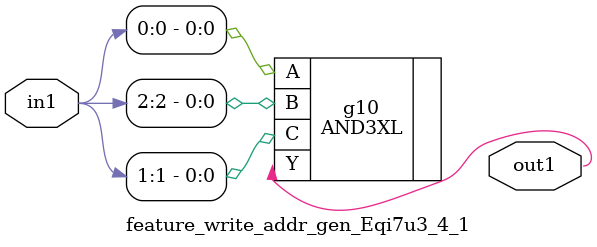
<source format=v>
`timescale 1ps / 1ps


module feature_write_addr_gen_Eqi7u3_4_1(in1, out1);
  input [2:0] in1;
  output out1;
  wire [2:0] in1;
  wire out1;
  AND3XL g10(.A (in1[0]), .B (in1[2]), .C (in1[1]), .Y (out1));
endmodule



</source>
